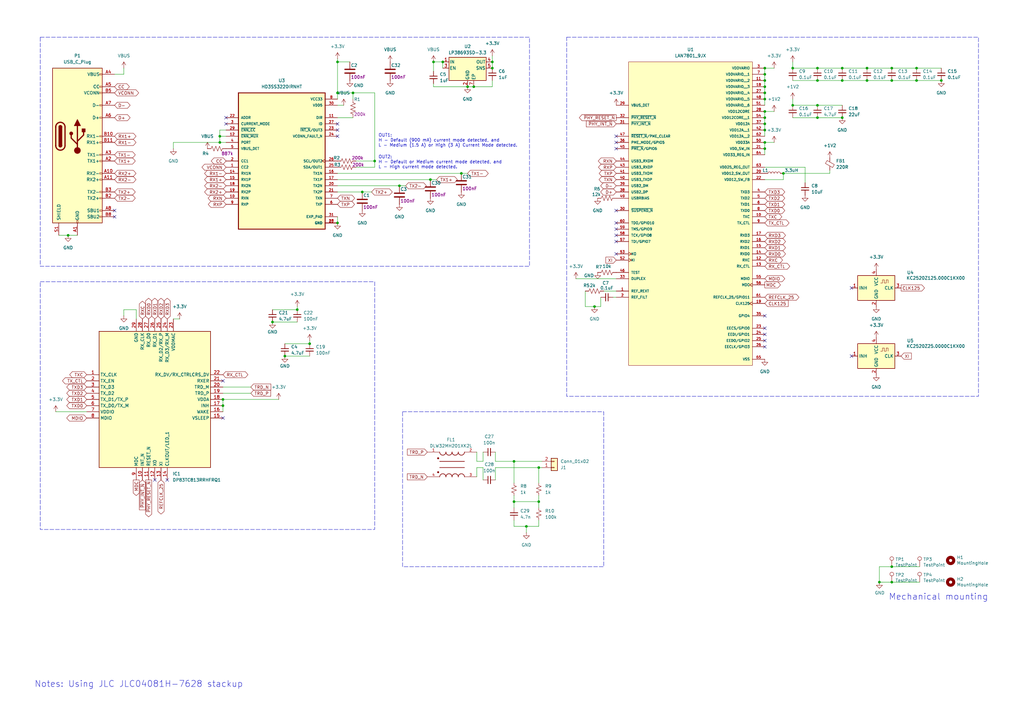
<source format=kicad_sch>
(kicad_sch (version 20231120) (generator "eeschema") (generator_version "8.0")
  (paper "A3")
  (junction (at 91.44 163.83))
  (junction (at 138.43 38.1))
  (junction (at 365.76 238.76))
  (junction (at 375.92 27.94))
  (junction (at 345.44 48.26))
  (junction (at 313.69 45.72))
  (junction (at 220.98 205.74))
  (junction (at 345.44 27.94))
  (junction (at 177.8 25.4))
  (junction (at 313.69 33.02))
  (junction (at 325.12 43.18))
  (junction (at 355.6 27.94))
  (junction (at 111.76 132.08))
  (junction (at 191.77 35.56))
  (junction (at 313.69 30.48))
  (junction (at 176.53 73.66))
  (junction (at 27.94 96.52))
  (junction (at 194.31 35.56))
  (junction (at 116.84 146.05))
  (junction (at 181.61 25.4))
  (junction (at 138.43 25.4))
  (junction (at 189.23 71.12))
  (junction (at 313.69 50.8))
  (junction (at 215.9 215.9))
  (junction (at 91.44 166.37))
  (junction (at 210.82 189.23))
  (junction (at 365.76 27.94))
  (junction (at 313.69 38.1))
  (junction (at 365.76 232.41))
  (junction (at 335.28 33.02))
  (junction (at 201.93 27.94))
  (junction (at 153.67 66.04))
  (junction (at 220.98 191.77))
  (junction (at 313.69 48.26))
  (junction (at 360.68 238.76))
  (junction (at 386.08 33.02))
  (junction (at 148.59 78.74))
  (junction (at 313.69 53.34))
  (junction (at 335.28 27.94))
  (junction (at 144.78 38.1))
  (junction (at 335.28 43.18))
  (junction (at 90.17 58.42))
  (junction (at 335.28 48.26))
  (junction (at 210.82 205.74))
  (junction (at 313.69 40.64))
  (junction (at 375.92 33.02))
  (junction (at 313.69 27.94))
  (junction (at 127 140.97))
  (junction (at 325.12 27.94))
  (junction (at 138.43 91.44))
  (junction (at 345.44 33.02))
  (junction (at 365.76 33.02))
  (junction (at 201.93 25.4))
  (junction (at 313.69 35.56))
  (junction (at 355.6 33.02))
  (junction (at 321.31 71.12))
  (junction (at 313.69 60.96))
  (junction (at 90.17 55.88))
  (junction (at 313.69 58.42))
  (junction (at 243.84 125.73))
  (junction (at 163.83 76.2))
  (junction (at 121.92 127))
  (no_connect (at 63.5 196.85))
  (no_connect (at 252.73 55.88))
  (no_connect (at 252.73 60.96))
  (no_connect (at 349.25 146.05))
  (no_connect (at 252.73 104.14))
  (no_connect (at 313.69 142.24))
  (no_connect (at 138.43 53.34))
  (no_connect (at 138.43 50.8))
  (no_connect (at 46.99 86.36))
  (no_connect (at 252.73 91.44))
  (no_connect (at 138.43 55.88))
  (no_connect (at 252.73 99.06))
  (no_connect (at 313.69 139.7))
  (no_connect (at 349.25 118.11))
  (no_connect (at 313.69 137.16))
  (no_connect (at 92.71 50.8))
  (no_connect (at 91.44 171.45))
  (no_connect (at 91.44 156.21))
  (no_connect (at 252.73 58.42))
  (no_connect (at 313.69 129.54))
  (no_connect (at 92.71 48.26))
  (no_connect (at 68.58 196.85))
  (no_connect (at 313.69 134.62))
  (no_connect (at 252.73 93.98))
  (no_connect (at 46.99 88.9))
  (no_connect (at 252.73 96.52))
  (no_connect (at 252.73 86.36))
  (wire (pts (xy 330.2 74.93) (xy 330.2 68.58)))
  (wire (pts (xy 176.53 73.66) (xy 138.43 73.66)))
  (wire (pts (xy 195.58 185.42) (xy 195.58 189.23)))
  (wire (pts (xy 330.2 68.58) (xy 313.69 68.58)))
  (wire (pts (xy 91.44 163.83) (xy 91.44 166.37)))
  (wire (pts (xy 313.69 45.72) (xy 317.5 45.72)))
  (wire (pts (xy 73.66 130.81) (xy 71.12 130.81)))
  (wire (pts (xy 55.88 130.81) (xy 55.88 127)))
  (wire (pts (xy 220.98 205.74) (xy 220.98 208.28)))
  (wire (pts (xy 90.17 58.42) (xy 71.12 58.42)))
  (wire (pts (xy 355.6 27.94) (xy 365.76 27.94)))
  (wire (pts (xy 111.76 127) (xy 121.92 127)))
  (wire (pts (xy 127 139.7) (xy 127 140.97)))
  (wire (pts (xy 177.8 25.4) (xy 177.8 29.21)))
  (wire (pts (xy 91.44 166.37) (xy 91.44 168.91)))
  (wire (pts (xy 220.98 191.77) (xy 222.25 191.77)))
  (wire (pts (xy 240.03 119.38) (xy 240.03 125.73)))
  (wire (pts (xy 210.82 189.23) (xy 222.25 189.23)))
  (wire (pts (xy 220.98 203.2) (xy 220.98 205.74)))
  (wire (pts (xy 181.61 25.4) (xy 181.61 27.94)))
  (wire (pts (xy 313.69 40.64) (xy 313.69 43.18)))
  (wire (pts (xy 321.31 71.12) (xy 340.36 71.12)))
  (wire (pts (xy 138.43 25.4) (xy 138.43 38.1)))
  (wire (pts (xy 92.71 58.42) (xy 90.17 58.42)))
  (wire (pts (xy 90.17 53.34) (xy 90.17 55.88)))
  (wire (pts (xy 92.71 55.88) (xy 90.17 55.88)))
  (wire (pts (xy 251.46 121.92) (xy 252.73 121.92)))
  (wire (pts (xy 153.67 66.04) (xy 153.67 68.58)))
  (wire (pts (xy 325.12 25.4) (xy 325.12 27.94)))
  (wire (pts (xy 375.92 33.02) (xy 365.76 33.02)))
  (wire (pts (xy 335.28 33.02) (xy 345.44 33.02)))
  (wire (pts (xy 210.82 215.9) (xy 210.82 213.36)))
  (wire (pts (xy 179.07 73.66) (xy 176.53 73.66)))
  (wire (pts (xy 345.44 27.94) (xy 355.6 27.94)))
  (wire (pts (xy 313.69 33.02) (xy 313.69 35.56)))
  (wire (pts (xy 138.43 48.26) (xy 144.78 48.26)))
  (wire (pts (xy 144.78 38.1) (xy 153.67 38.1)))
  (wire (pts (xy 365.76 27.94) (xy 375.92 27.94)))
  (wire (pts (xy 198.12 196.85) (xy 198.12 191.77)))
  (wire (pts (xy 203.2 189.23) (xy 203.2 185.42)))
  (wire (pts (xy 121.92 125.73) (xy 121.92 127)))
  (wire (pts (xy 313.69 58.42) (xy 313.69 60.96)))
  (wire (pts (xy 375.92 27.94) (xy 386.08 27.94)))
  (wire (pts (xy 325.12 43.18) (xy 335.28 43.18)))
  (wire (pts (xy 102.87 161.29) (xy 91.44 161.29)))
  (wire (pts (xy 153.67 38.1) (xy 153.67 66.04)))
  (wire (pts (xy 210.82 208.28) (xy 210.82 205.74)))
  (wire (pts (xy 325.12 33.02) (xy 335.28 33.02)))
  (wire (pts (xy 198.12 191.77) (xy 195.58 191.77)))
  (wire (pts (xy 198.12 185.42) (xy 198.12 189.23)))
  (wire (pts (xy 313.69 38.1) (xy 313.69 40.64)))
  (wire (pts (xy 220.98 215.9) (xy 220.98 213.36)))
  (wire (pts (xy 201.93 25.4) (xy 201.93 27.94)))
  (wire (pts (xy 144.78 40.64) (xy 144.78 38.1)))
  (wire (pts (xy 50.8 127) (xy 50.8 129.54)))
  (wire (pts (xy 247.65 119.38) (xy 252.73 119.38)))
  (wire (pts (xy 24.13 96.52) (xy 27.94 96.52)))
  (wire (pts (xy 191.77 71.12) (xy 189.23 71.12)))
  (wire (pts (xy 177.8 35.56) (xy 191.77 35.56)))
  (wire (pts (xy 138.43 78.74) (xy 148.59 78.74)))
  (wire (pts (xy 313.69 35.56) (xy 313.69 38.1)))
  (wire (pts (xy 313.69 50.8) (xy 313.69 53.34)))
  (wire (pts (xy 198.12 189.23) (xy 195.58 189.23)))
  (wire (pts (xy 313.69 58.42) (xy 317.5 58.42)))
  (wire (pts (xy 201.93 35.56) (xy 194.31 35.56)))
  (wire (pts (xy 365.76 238.76) (xy 360.68 238.76)))
  (wire (pts (xy 91.44 163.83) (xy 114.3 163.83)))
  (wire (pts (xy 152.4 78.74) (xy 148.59 78.74)))
  (wire (pts (xy 27.94 96.52) (xy 31.75 96.52)))
  (wire (pts (xy 189.23 71.12) (xy 138.43 71.12)))
  (wire (pts (xy 375.92 33.02) (xy 386.08 33.02)))
  (wire (pts (xy 210.82 203.2) (xy 210.82 205.74)))
  (wire (pts (xy 246.38 121.92) (xy 246.38 125.73)))
  (wire (pts (xy 22.86 168.91) (xy 35.56 168.91)))
  (wire (pts (xy 203.2 191.77) (xy 220.98 191.77)))
  (wire (pts (xy 210.82 215.9) (xy 215.9 215.9)))
  (wire (pts (xy 201.93 25.4) (xy 201.93 22.86)))
  (wire (pts (xy 360.68 232.41) (xy 360.68 238.76)))
  (wire (pts (xy 335.28 48.26) (xy 345.44 48.26)))
  (wire (pts (xy 355.6 33.02) (xy 345.44 33.02)))
  (wire (pts (xy 325.12 27.94) (xy 335.28 27.94)))
  (wire (pts (xy 365.76 232.41) (xy 360.68 232.41)))
  (wire (pts (xy 92.71 53.34) (xy 90.17 53.34)))
  (wire (pts (xy 203.2 189.23) (xy 210.82 189.23)))
  (wire (pts (xy 340.36 69.85) (xy 340.36 71.12)))
  (wire (pts (xy 138.43 24.13) (xy 138.43 25.4)))
  (wire (pts (xy 55.88 127) (xy 50.8 127)))
  (wire (pts (xy 146.05 68.58) (xy 153.67 68.58)))
  (wire (pts (xy 210.82 189.23) (xy 210.82 198.12)))
  (wire (pts (xy 377.19 238.76) (xy 365.76 238.76)))
  (wire (pts (xy 313.69 73.66) (xy 321.31 73.66)))
  (wire (pts (xy 325.12 48.26) (xy 335.28 48.26)))
  (wire (pts (xy 210.82 205.74) (xy 220.98 205.74)))
  (wire (pts (xy 177.8 25.4) (xy 181.61 25.4)))
  (wire (pts (xy 116.84 146.05) (xy 127 146.05)))
  (wire (pts (xy 138.43 88.9) (xy 138.43 91.44)))
  (wire (pts (xy 313.69 30.48) (xy 313.69 33.02)))
  (wire (pts (xy 116.84 140.97) (xy 127 140.97)))
  (wire (pts (xy 313.69 60.96) (xy 313.69 63.5)))
  (wire (pts (xy 191.77 35.56) (xy 194.31 35.56)))
  (wire (pts (xy 46.99 30.48) (xy 50.8 30.48)))
  (wire (pts (xy 163.83 76.2) (xy 138.43 76.2)))
  (wire (pts (xy 220.98 191.77) (xy 220.98 198.12)))
  (wire (pts (xy 321.31 73.66) (xy 321.31 71.12)))
  (wire (pts (xy 246.38 125.73) (xy 243.84 125.73)))
  (wire (pts (xy 377.19 232.41) (xy 365.76 232.41)))
  (wire (pts (xy 138.43 38.1) (xy 144.78 38.1)))
  (wire (pts (xy 111.76 132.08) (xy 121.92 132.08)))
  (wire (pts (xy 50.8 30.48) (xy 50.8 27.94)))
  (wire (pts (xy 146.05 66.04) (xy 153.67 66.04)))
  (wire (pts (xy 138.43 43.18) (xy 140.97 43.18)))
  (wire (pts (xy 313.69 53.34) (xy 313.69 55.88)))
  (wire (pts (xy 195.58 191.77) (xy 195.58 195.58)))
  (wire (pts (xy 317.5 27.94) (xy 313.69 27.94)))
  (wire (pts (xy 236.22 114.3) (xy 252.73 114.3)))
  (wire (pts (xy 71.12 58.42) (xy 71.12 60.96)))
  (wire (pts (xy 102.87 158.75) (xy 91.44 158.75)))
  (wire (pts (xy 215.9 218.44) (xy 215.9 215.9)))
  (wire (pts (xy 138.43 38.1) (xy 138.43 40.64)))
  (wire (pts (xy 365.76 33.02) (xy 355.6 33.02)))
  (wire (pts (xy 335.28 43.18) (xy 345.44 43.18)))
  (wire (pts (xy 313.69 27.94) (xy 313.69 30.48)))
  (wire (pts (xy 335.28 27.94) (xy 345.44 27.94)))
  (wire (pts (xy 313.69 48.26) (xy 313.69 50.8)))
  (wire (pts (xy 203.2 191.77) (xy 203.2 196.85)))
  (wire (pts (xy 240.03 125.73) (xy 243.84 125.73)))
  (wire (pts (xy 177.8 34.29) (xy 177.8 35.56)))
  (wire (pts (xy 166.37 76.2) (xy 163.83 76.2)))
  (wire (pts (xy 313.69 45.72) (xy 313.69 48.26)))
  (wire (pts (xy 90.17 55.88) (xy 90.17 58.42)))
  (wire (pts (xy 215.9 215.9) (xy 220.98 215.9)))
  (wire (pts (xy 325.12 40.64) (xy 325.12 43.18)))
  (wire (pts (xy 201.93 33.02) (xy 201.93 35.56)))
  (wire (pts (xy 138.43 25.4) (xy 143.51 25.4)))
  (rectangle (start 165.1 168.91) (end 247.65 232.41) (stroke (width 0) (type dash)))
  (rectangle (start 16.51 15.24) (end 217.17 109.22) (stroke (width 0) (type dash)))
  (rectangle (start 16.51 115.57) (end 153.67 217.17) (stroke (width 0) (type dash)))
  (rectangle (start 232.41 15.24) (end 401.32 162.56) (stroke (width 0) (type dash)))
  (text "OUT2:\nH - Default or Medium current mode detected, and\nL - High current mode detected." (at 155.194 69.342 0) (effects (font (size 1.27 1.27)) (justify left bottom)))
  (text "Notes: Using JLC JLC04081H-7628 stackup" (at 56.896 280.67 0) (effects (font (size 2.54 2.54))))
  (text "Mechanical mounting" (at 364.49 246.38 0) (effects (font (size 2.54 2.54)) (justify left bottom)))
  (text "OUT1:\nH - Default (900 mA) current mode detected, and\nL - Medium (1.5 A) or High (3 A) Current Mode detected." (at 155.194 60.452 0) (effects (font (size 1.27 1.27)) (justify left bottom)))
  (global_label "MDC" (shape output) (at 313.69 116.84 0) (property "Intersheetrefs" "${INTERSHEET_REFS}" (effects (hide yes))))
  (global_label "D+" (shape bidirectional) (at 252.73 78.74 180) (property "Intersheetrefs" "${INTERSHEET_REFS}" (effects (hide yes))))
  (global_label "RX_CTL" (shape bidirectional) (at 91.44 153.67 0) (property "Intersheetrefs" "${INTERSHEET_REFS}" (effects (hide yes))))
  (global_label "REFCLK_25" (shape bidirectional) (at 66.04 196.85 270) (property "Intersheetrefs" "${INTERSHEET_REFS}" (effects (hide yes))))
  (global_label "RXD2" (shape bidirectional) (at 66.04 130.81 90) (property "Intersheetrefs" "${INTERSHEET_REFS}" (effects (hide yes))))
  (global_label "RX1-" (shape bidirectional) (at 92.71 71.12 180) (property "Intersheetrefs" "${INTERSHEET_REFS}" (effects (hide yes))))
  (global_label "TXD2" (shape bidirectional) (at 313.69 81.28 0) (property "Intersheetrefs" "${INTERSHEET_REFS}" (effects (hide yes))))
  (global_label "TXP" (shape bidirectional) (at 138.43 83.82 0) (property "Intersheetrefs" "${INTERSHEET_REFS}" (effects (hide yes))))
  (global_label "RX2+" (shape bidirectional) (at 46.99 71.12 0) (property "Intersheetrefs" "${INTERSHEET_REFS}" (effects (hide yes))))
  (global_label "CC" (shape bidirectional) (at 92.71 66.04 180) (property "Intersheetrefs" "${INTERSHEET_REFS}" (effects (hide yes))))
  (global_label "RX1-" (shape bidirectional) (at 46.99 58.42 0) (property "Intersheetrefs" "${INTERSHEET_REFS}" (effects (hide yes))))
  (global_label "TXD0" (shape bidirectional) (at 313.69 86.36 0) (property "Intersheetrefs" "${INTERSHEET_REFS}" (effects (hide yes))))
  (global_label "CLK125" (shape input) (at 313.69 124.46 0) (property "Intersheetrefs" "${INTERSHEET_REFS}" (effects (hide yes))))
  (global_label "RX1+" (shape bidirectional) (at 92.71 73.66 180) (property "Intersheetrefs" "${INTERSHEET_REFS}" (effects (hide yes))))
  (global_label "TX2-" (shape bidirectional) (at 46.99 81.28 0) (property "Intersheetrefs" "${INTERSHEET_REFS}" (effects (hide yes))))
  (global_label "RXD3" (shape bidirectional) (at 313.69 96.52 0) (property "Intersheetrefs" "${INTERSHEET_REFS}" (effects (hide yes))))
  (global_label "XI" (shape input) (at 252.73 106.68 180) (property "Intersheetrefs" "${INTERSHEET_REFS}" (effects (hide yes))))
  (global_label "MDIO" (shape bidirectional) (at 313.69 114.3 0) (property "Intersheetrefs" "${INTERSHEET_REFS}" (effects (hide yes))))
  (global_label "RX2-" (shape bidirectional) (at 92.71 76.2 180) (property "Intersheetrefs" "${INTERSHEET_REFS}" (effects (hide yes))))
  (global_label "TXN" (shape bidirectional) (at 138.43 81.28 0) (property "Intersheetrefs" "${INTERSHEET_REFS}" (effects (hide yes))))
  (global_label "RXD2" (shape bidirectional) (at 313.69 99.06 0) (property "Intersheetrefs" "${INTERSHEET_REFS}" (effects (hide yes))))
  (global_label "TX1+" (shape bidirectional) (at 179.07 73.66 0) (property "Intersheetrefs" "${INTERSHEET_REFS}" (effects (hide yes))))
  (global_label "RXD3" (shape bidirectional) (at 68.58 130.81 90) (property "Intersheetrefs" "${INTERSHEET_REFS}" (effects (hide yes))))
  (global_label "RX1+" (shape bidirectional) (at 46.99 55.88 0) (property "Intersheetrefs" "${INTERSHEET_REFS}" (effects (hide yes))))
  (global_label "D-" (shape bidirectional) (at 46.99 43.18 0) (property "Intersheetrefs" "${INTERSHEET_REFS}" (effects (hide yes))))
  (global_label "XI" (shape input) (at 369.57 146.05 0) (property "Intersheetrefs" "${INTERSHEET_REFS}" (effects (hide yes))))
  (global_label "TXD3" (shape bidirectional) (at 35.56 158.75 180) (property "Intersheetrefs" "${INTERSHEET_REFS}" (effects (hide yes))))
  (global_label "TXN" (shape bidirectional) (at 252.73 73.66 180) (property "Intersheetrefs" "${INTERSHEET_REFS}" (effects (hide yes))))
  (global_label "RXC" (shape bidirectional) (at 313.69 106.68 0) (property "Intersheetrefs" "${INTERSHEET_REFS}" (effects (hide yes))))
  (global_label "TXC" (shape bidirectional) (at 35.56 153.67 180) (property "Intersheetrefs" "${INTERSHEET_REFS}" (effects (hide yes))))
  (global_label "TRD_N" (shape input) (at 175.26 195.58 180) (property "Intersheetrefs" "${INTERSHEET_REFS}" (effects (hide yes))))
  (global_label "D-" (shape bidirectional) (at 252.73 76.2 180) (property "Intersheetrefs" "${INTERSHEET_REFS}" (effects (hide yes))))
  (global_label "TXD1" (shape bidirectional) (at 35.56 163.83 180) (property "Intersheetrefs" "${INTERSHEET_REFS}" (effects (hide yes))))
  (global_label "MDIO" (shape bidirectional) (at 35.56 171.45 180) (property "Intersheetrefs" "${INTERSHEET_REFS}" (effects (hide yes))))
  (global_label "TXC" (shape bidirectional) (at 313.69 88.9 0) (property "Intersheetrefs" "${INTERSHEET_REFS}" (effects (hide yes))))
  (global_label "RXD1" (shape bidirectional) (at 63.5 130.81 90) (property "Intersheetrefs" "${INTERSHEET_REFS}" (effects (hide yes))))
  (global_label "MDC" (shape output) (at 55.88 196.85 270) (property "Intersheetrefs" "${INTERSHEET_REFS}" (effects (hide yes))))
  (global_label "VCONN" (shape bidirectional) (at 92.71 68.58 180) (property "Intersheetrefs" "${INTERSHEET_REFS}" (effects (hide yes))))
  (global_label "TXD0" (shape bidirectional) (at 35.56 166.37 180) (property "Intersheetrefs" "${INTERSHEET_REFS}" (effects (hide yes))))
  (global_label "TRD_N" (shape input) (at 102.87 158.75 0) (property "Intersheetrefs" "${INTERSHEET_REFS}" (effects (hide yes))))
  (global_label "RX_CTL" (shape bidirectional) (at 313.69 109.22 0) (property "Intersheetrefs" "${INTERSHEET_REFS}" (effects (hide yes))))
  (global_label "TX2-" (shape bidirectional) (at 166.37 76.2 0) (property "Intersheetrefs" "${INTERSHEET_REFS}" (effects (hide yes))))
  (global_label "TX1-" (shape bidirectional) (at 191.77 71.12 0) (property "Intersheetrefs" "${INTERSHEET_REFS}" (effects (hide yes))))
  (global_label "RXD1" (shape bidirectional) (at 313.69 101.6 0) (property "Intersheetrefs" "${INTERSHEET_REFS}" (effects (hide yes))))
  (global_label "TRD_P" (shape input) (at 102.87 161.29 0) (property "Intersheetrefs" "${INTERSHEET_REFS}" (effects (hide yes))))
  (global_label "TXD2" (shape bidirectional) (at 35.56 161.29 180) (property "Intersheetrefs" "${INTERSHEET_REFS}" (effects (hide yes))))
  (global_label "TXD1" (shape bidirectional) (at 313.69 83.82 0) (property "Intersheetrefs" "${INTERSHEET_REFS}" (effects (hide yes))))
  (global_label "VCONN" (shape bidirectional) (at 46.99 38.1 0) (property "Intersheetrefs" "${INTERSHEET_REFS}" (effects (hide yes))))
  (global_label "RXP" (shape bidirectional) (at 92.71 83.82 180) (property "Intersheetrefs" "${INTERSHEET_REFS}" (effects (hide yes))))
  (global_label "~{PHY_INT_N}" (shape input) (at 58.42 196.85 270) (property "Intersheetrefs" "${INTERSHEET_REFS}" (effects (hide yes))))
  (global_label "TX_CTL" (shape bidirectional) (at 35.56 156.21 180) (property "Intersheetrefs" "${INTERSHEET_REFS}" (effects (hide yes))))
  (global_label "TXP" (shape bidirectional) (at 252.73 71.12 180) (property "Intersheetrefs" "${INTERSHEET_REFS}" (effects (hide yes))))
  (global_label "TX_CTL" (shape bidirectional) (at 313.69 91.44 0) (property "Intersheetrefs" "${INTERSHEET_REFS}" (effects (hide yes))))
  (global_label "RXP" (shape bidirectional) (at 252.73 68.58 180) (property "Intersheetrefs" "${INTERSHEET_REFS}" (effects (hide yes))))
  (global_label "TX2+" (shape bidirectional) (at 152.4 78.74 0) (property "Intersheetrefs" "${INTERSHEET_REFS}" (effects (hide yes))))
  (global_label "~{PHY_RESET_N}" (shape output) (at 60.96 196.85 270) (property "Intersheetrefs" "${INTERSHEET_REFS}" (effects (hide yes))))
  (global_label "RXN" (shape bidirectional) (at 92.71 81.28 180) (property "Intersheetrefs" "${INTERSHEET_REFS}" (effects (hide yes))))
  (global_label "TX1-" (shape bidirectional) (at 46.99 63.5 0) (property "Intersheetrefs" "${INTERSHEET_REFS}" (effects (hide yes))))
  (global_label "D+" (shape bidirectional) (at 46.99 48.26 0) (property "Intersheetrefs" "${INTERSHEET_REFS}" (effects (hide yes))))
  (global_label "CLK125" (shape output) (at 369.57 118.11 0) (property "Intersheetrefs" "${INTERSHEET_REFS}" (effects (hide yes))))
  (global_label "RXN" (shape bidirectional) (at 252.73 66.04 180) (property "Intersheetrefs" "${INTERSHEET_REFS}" (effects (hide yes))))
  (global_label "RXC" (shape bidirectional) (at 58.42 130.81 90) (property "Intersheetrefs" "${INTERSHEET_REFS}" (effects (hide yes))))
  (global_label "TXD3" (shape bidirectional) (at 313.69 78.74 0) (property "Intersheetrefs" "${INTERSHEET_REFS}" (effects (hide yes))))
  (global_label "RXD0" (shape bidirectional) (at 60.96 130.81 90) (property "Intersheetrefs" "${INTERSHEET_REFS}" (effects (hide yes))))
  (global_label "~{PHY_INT_N}" (shape input) (at 252.73 50.8 180) (property "Intersheetrefs" "${INTERSHEET_REFS}" (effects (hide yes))))
  (global_label "~{PHY_RESET_N}" (shape output) (at 252.73 48.26 180) (property "Intersheetrefs" "${INTERSHEET_REFS}" (effects (hide yes))))
  (global_label "TX2+" (shape bidirectional) (at 46.99 78.74 0) (property "Intersheetrefs" "${INTERSHEET_REFS}" (effects (hide yes))))
  (global_label "TX1+" (shape bidirectional) (at 46.99 66.04 0) (property "Intersheetrefs" "${INTERSHEET_REFS}" (effects (hide yes))))
  (global_label "TRD_P" (shape input) (at 175.26 185.42 180) (property "Intersheetrefs" "${INTERSHEET_REFS}" (effects (hide yes))))
  (global_label "RX2-" (shape bidirectional) (at 46.99 73.66 0) (property "Intersheetrefs" "${INTERSHEET_REFS}" (effects (hide yes))))
  (global_label "RXD0" (shape bidirectional) (at 313.69 104.14 0) (property "Intersheetrefs" "${INTERSHEET_REFS}" (effects (hide yes))))
  (global_label "REFCLK_25" (shape bidirectional) (at 313.69 121.92 0) (property "Intersheetrefs" "${INTERSHEET_REFS}" (effects (hide yes))))
  (global_label "CC" (shape bidirectional) (at 46.99 35.56 0) (property "Intersheetrefs" "${INTERSHEET_REFS}" (effects (hide yes))))
  (global_label "RX2+" (shape bidirectional) (at 92.71 78.74 180) (property "Intersheetrefs" "${INTERSHEET_REFS}" (effects (hide yes))))
  (symbol (lib_id "LAN7801_9JX:LAN7801_9JX") (at 283.21 76.2 0) (unit 1)
    (property "Reference" "U1" (at 283.21 20.32 0))
    (property "Value" "LAN7801_9JX" (at 283.21 22.86 0))
    (property "Footprint" "Expansion_Card:QFN50P900X900X100-65N_LAN7801_9JX" (effects (hide yes)))
    (property "B_NOM" "0.24" (effects (hide yes)))
    (property "D_MAX" "9.0" (effects (hide yes)))
    (property "PIN_COUNT_D" "16.0" (effects (hide yes)))
    (property "B_MAX" "0.3" (effects (hide yes)))
    (property "ENOM" "0.5" (effects (hide yes)))
    (property "D_NOM" "9.0" (effects (hide yes)))
    (property "L_MAX" "0.5" (effects (hide yes)))
    (property "A_MAX" "1.0" (effects (hide yes)))
    (property "E2_NOM" "6.0" (effects (hide yes)))
    (property "D2_NOM" "6.0" (effects (hide yes)))
    (property "PARTREV" "DS00002123F" (effects (hide yes)))
    (property "E_NOM" "9.0" (effects (hide yes)))
    (property "B_MIN" "0.18" (effects (hide yes)))
    (property "STANDARD" "IPC 7351B" (effects (hide yes)))
    (property "L_NOM" "0.4" (effects (hide yes)))
    (property "MANUFACTURER" "Microchip" (effects (hide yes)))
    (property "MAXIMUM_PACKAGE_HEIGHT" "1.0mm" (effects (hide yes)))
    (property "PIN_COUNT_E" "16.0" (effects (hide yes)))
    (property "E_MIN" "9.0" (effects (hide yes)))
    (property "D_MIN" "9.0" (effects (hide yes)))
    (property "L_MIN" "0.3" (effects (hide yes)))
    (property "E_MAX" "9.0" (effects (hide yes)))
  )
  (symbol (lib_id "power:VBUS") (at 160.02 25.4 0) (unit 1)
    (property "Reference" "#PWR010" (effects (hide yes)))
    (property "Value" "VBUS" (at 160.02 20.32 0))
    (property "Description" "Power symbol creates a global label with name \"VBUS\"" (effects (hide yes)))
  )
  (symbol (lib_id "power:+3.3V") (at 317.5 58.42 0) (unit 1)
    (property "Reference" "#PWR023" (effects (hide yes)))
    (property "Value" "+3.3V" (at 317.5 53.34 0))
    (property "Description" "Power symbol creates a global label with name \"+3.3V\"" (effects (hide yes)))
  )
  (symbol (lib_id "DLW32MH201XK2L:DLW32MH201XK2L") (at 185.42 190.5 0) (unit 1)
    (property "Reference" "FL1" (at 184.9628 180.34 0))
    (property "Value" "DLW32MH201XK2L" (at 184.9628 182.88 0))
    (property "Footprint" "Expansion_Card:FIL_DLW32MH201XK2L" (effects (hide yes)))
    (property "PARTREV" "N/A" (effects (hide yes)))
    (property "MANUFACTURER" "Murata" (effects (hide yes)))
    (property "MAXIMUM_PACKAGE_HEIGHT" "2.50mm" (effects (hide yes)))
    (property "STANDARD" "Manufacturer Recommendations" (effects (hide yes)))
  )
  (symbol (lib_id "Expansion_Card-rescue:GND-power") (at 360.68 238.76 0) (unit 1)
    (property "Reference" "#PWR01" (effects (hide yes)))
    (property "Value" "GND" (at 360.807 243.1542 0))
  )
  (symbol (lib_id "Connector:USB_C_Plug") (at 31.75 55.88 0) (unit 1)
    (property "Reference" "P1" (at 31.75 22.86 0))
    (property "Value" "USB_C_Plug" (at 31.75 25.4 0))
    (property "Footprint" "Expansion_Card:USB_C_Plug_Molex_105444" (effects (hide yes)))
    (property "Datasheet" "https://www.usb.org/sites/default/files/documents/usb_type-c.zip" (effects (hide yes)))
    (property "Description" "USB Type-C Plug connector" (effects (hide yes)))
  )
  (symbol (lib_id "mte_usb_hub:RC0402JR-07200KL") (at 142.24 68.58 90) (unit 1)
    (property "Reference" "R3" (at 139.7 67.564 90) (effects (justify left)))
    (property "Value" "RC0402JR-07200KL" (effects (hide yes)))
    (property "Footprint" "Resistor_SMD:R_0402_1005Metric" (effects (hide yes)))
    (property "id" "200k" (at 149.352 67.564 90) (effects (justify left)))
    (property "manf" "Yageo" (effects (hide yes)))
  )
  (symbol (lib_id "power:+3.3V") (at 236.22 114.3 0) (unit 1)
    (property "Reference" "#PWR017" (effects (hide yes)))
    (property "Value" "+3.3V" (at 236.22 109.22 0))
    (property "Description" "Power symbol creates a global label with name \"+3.3V\"" (effects (hide yes)))
  )
  (symbol (lib_id "power:+3.3V") (at 325.12 25.4 0) (unit 1)
    (property "Reference" "#PWR024" (effects (hide yes)))
    (property "Value" "+3.3V" (at 325.12 20.32 0))
    (property "Description" "Power symbol creates a global label with name \"+3.3V\"" (effects (hide yes)))
  )
  (symbol (lib_id "Device:FerriteBead_Small") (at 340.36 67.31 0) (unit 1)
    (property "Reference" "FB1" (at 342.9 66.0018 0) (effects (justify left)))
    (property "Value" "220R" (at 342.9 68.5418 0) (effects (justify left)))
    (property "Footprint" "Inductor_SMD:L_0201_0603Metric" (effects (hide yes)))
    (property "Description" "Ferrite bead, small symbol" (effects (hide yes)))
  )
  (symbol (lib_id "power:+1V2") (at 317.5 45.72 0) (unit 1)
    (property "Reference" "#PWR022" (effects (hide yes)))
    (property "Value" "+1V2" (at 317.5 40.64 0))
    (property "Description" "Power symbol creates a global label with name \"+1V2\"" (effects (hide yes)))
  )
  (symbol (lib_id "power:GND") (at 27.94 96.52 0) (unit 1)
    (property "Reference" "#PWR04" (effects (hide yes)))
    (property "Value" "GND" (at 27.94 101.6 0))
    (property "Description" "Power symbol creates a global label with name \"GND\" , ground" (effects (hide yes)))
  )
  (symbol (lib_id "Device:R_US") (at 248.92 81.28 90) (unit 1)
    (property "Reference" "R6" (at 244.856 77.47 90))
    (property "Value" "12k" (at 244.602 79.756 90))
    (property "Footprint" "Resistor_SMD:R_0402_1005Metric" (effects (hide yes)))
    (property "Description" "Resistor, US symbol" (effects (hide yes)))
  )
  (symbol (lib_id "Device:C_Small") (at 111.76 129.54 0) (unit 1)
    (property "Reference" "C21" (at 114.3 128.2762 0) (effects (justify left)))
    (property "Value" "4.7uF" (at 114.3 130.8162 0) (effects (justify left)))
    (property "Footprint" "Capacitor_SMD:C_0201_0603Metric" (effects (hide yes)))
    (property "Description" "Unpolarized capacitor, small symbol" (effects (hide yes)))
  )
  (symbol (lib_id "power:+3.3V") (at 201.93 22.86 0) (unit 1)
    (property "Reference" "#PWR013" (effects (hide yes)))
    (property "Value" "+3.3V" (at 201.93 17.78 0))
    (property "Description" "Power symbol creates a global label with name \"+3.3V\"" (effects (hide yes)))
  )
  (symbol (lib_id "Device:C_Small") (at 325.12 45.72 0) (unit 1)
    (property "Reference" "C16" (at 327.66 44.4562 0) (effects (justify left)))
    (property "Value" "0.1uF" (at 327.66 46.9962 0) (effects (justify left)))
    (property "Footprint" "Capacitor_SMD:C_0201_0603Metric" (effects (hide yes)))
    (property "Description" "Unpolarized capacitor, small symbol" (effects (hide yes)))
  )
  (symbol (lib_id "Regulator_Linear:LP38693SD-3.3") (at 191.77 27.94 0) (unit 1)
    (property "Reference" "U2" (at 191.77 19.05 0))
    (property "Value" "LP38693SD-3.3" (at 191.77 21.59 0))
    (property "Footprint" "Package_SON:WSON-6-1EP_3x3mm_P0.95mm" (effects (hide yes)))
    (property "Datasheet" "https://www.ti.com/lit/ds/symlink/lp38693.pdf" (effects (hide yes)))
    (property "Description" "500-mA Low-Dropout CMOS Linear Regulators Stable With Ceramic Output Capacitors, 3.3V output voltage, Enable Pin, WSON-6" (effects (hide yes)))
  )
  (symbol (lib_id "Connector:TestPoint") (at 365.76 232.41 0) (unit 1)
    (property "Reference" "TP1" (at 367.2332 229.4128 0) (effects (justify left)))
    (property "Value" "TestPoint" (at 367.2332 231.7242 0) (effects (justify left)))
    (property "Footprint" "TestPoint:TestPoint_Pad_1.5x1.5mm" (effects (hide yes)))
  )
  (symbol (lib_id "power:+3.3V") (at 359.41 138.43 0) (unit 1)
    (property "Reference" "#PWR029" (effects (hide yes)))
    (property "Value" "+3.3V" (at 359.41 133.35 0))
    (property "Description" "Power symbol creates a global label with name \"+3.3V\"" (effects (hide yes)))
  )
  (symbol (lib_id "Connector_Generic:Conn_01x02") (at 227.33 191.77 0) (mirror x) (unit 1)
    (property "Reference" "J1" (at 229.87 191.7701 0) (effects (justify left)))
    (property "Value" "Conn_01x02" (at 229.87 189.2301 0) (effects (justify left)))
    (property "Footprint" "Connector_JST:JST_SH_SM02B-SRSS-TB_1x02-1MP_P1.00mm_Horizontal" (effects (hide yes)))
    (property "Description" "Generic connector, single row, 01x02, script generated (kicad-library-utils/schlib/autogen/connector/)" (effects (hide yes)))
  )
  (symbol (lib_id "Device:C_Small") (at 330.2 77.47 0) (unit 1)
    (property "Reference" "C8" (at 332.74 76.2062 0) (effects (justify left)))
    (property "Value" "10uF" (at 332.74 78.7462 0) (effects (justify left)))
    (property "Footprint" "Capacitor_SMD:C_0201_0603Metric" (effects (hide yes)))
    (property "Description" "Unpolarized capacitor, small symbol" (effects (hide yes)))
  )
  (symbol (lib_id "power:GND") (at 111.76 132.08 0) (unit 1)
    (property "Reference" "#PWR037" (effects (hide yes)))
    (property "Value" "GND" (at 111.76 136.144 0))
    (property "Description" "Power symbol creates a global label with name \"GND\" , ground" (effects (hide yes)))
  )
  (symbol (lib_id "Connector:TestPoint") (at 377.19 238.76 0) (unit 1)
    (property "Reference" "TP4" (at 378.6632 235.7628 0) (effects (justify left)))
    (property "Value" "TestPoint" (at 378.6632 238.0742 0) (effects (justify left)))
    (property "Footprint" "TestPoint:TestPoint_Pad_1.5x1.5mm" (effects (hide yes)))
  )
  (symbol (lib_id "power:+3.3V") (at 121.92 125.73 0) (unit 1)
    (property "Reference" "#PWR038" (effects (hide yes)))
    (property "Value" "+3.3V" (at 121.92 120.65 0))
    (property "Description" "Power symbol creates a global label with name \"+3.3V\"" (effects (hide yes)))
  )
  (symbol (lib_id "power:GND") (at 386.08 33.02 0) (unit 1)
    (property "Reference" "#PWR025" (effects (hide yes)))
    (property "Value" "GND" (at 386.08 38.1 0))
    (property "Description" "Power symbol creates a global label with name \"GND\" , ground" (effects (hide yes)))
  )
  (symbol (lib_id "Device:R_Small_US") (at 220.98 210.82 0) (unit 1)
    (property "Reference" "R10" (at 223.52 209.5499 0) (effects (justify left)))
    (property "Value" "100k" (at 223.52 212.0899 0) (effects (justify left)))
    (property "Footprint" "Resistor_SMD:R_0402_1005Metric" (effects (hide yes)))
    (property "Description" "Resistor, small US symbol" (effects (hide yes)))
  )
  (symbol (lib_id "mte_usb_hub:CC0402KRX5R7BB105") (at 143.51 29.21 0) (unit 1)
    (property "Reference" "C2" (at 143.8911 26.7906 0) (effects (justify left)))
    (property "Value" "CC0402KRX5R7BB105" (effects (hide yes)))
    (property "Footprint" "Capacitor_SMD:C_0201_0603Metric" (effects (hide yes)))
    (property "id" "100nF" (at 143.8911 31.6293 0) (effects (justify left)))
  )
  (symbol (lib_id "power:+3.3V") (at 359.41 110.49 0) (unit 1)
    (property "Reference" "#PWR030" (effects (hide yes)))
    (property "Value" "+3.3V" (at 359.41 105.41 0))
    (property "Description" "Power symbol creates a global label with name \"+3.3V\"" (effects (hide yes)))
  )
  (symbol (lib_id "power:GND") (at 189.23 78.74 0) (unit 1)
    (property "Reference" "#PWR046" (effects (hide yes)))
    (property "Value" "GND" (at 189.23 83.82 0))
    (property "Description" "Power symbol creates a global label with name \"GND\" , ground" (effects (hide yes)))
  )
  (symbol (lib_id "mte_usb_hub:CC0402KRX5R7BB105") (at 189.23 74.93 0) (unit 1)
    (property "Reference" "C31" (at 189.6111 72.5106 0) (effects (justify left)))
    (property "Value" "CC0402KRX5R7BB105" (effects (hide yes)))
    (property "Footprint" "Capacitor_SMD:C_0201_0603Metric" (effects (hide yes)))
    (property "id" "100nF" (at 189.6111 77.3493 0) (effects (justify left)))
  )
  (symbol (lib_id "Device:C_Small") (at 345.44 30.48 0) (unit 1)
    (property "Reference" "C11" (at 347.98 29.2162 0) (effects (justify left)))
    (property "Value" "0.1uF" (at 347.98 31.7562 0) (effects (justify left)))
    (property "Footprint" "Capacitor_SMD:C_0201_0603Metric" (effects (hide yes)))
    (property "Description" "Unpolarized capacitor, small symbol" (effects (hide yes)))
  )
  (symbol (lib_id "power:VBUS") (at 177.8 25.4 0) (unit 1)
    (property "Reference" "#PWR014" (effects (hide yes)))
    (property "Value" "VBUS" (at 177.8 20.32 0))
    (property "Description" "Power symbol creates a global label with name \"VBUS\"" (effects (hide yes)))
  )
  (symbol (lib_id "power:GND") (at 245.11 111.76 0) (unit 1)
    (property "Reference" "#PWR018" (effects (hide yes)))
    (property "Value" "GND" (at 241.554 113.03 0))
    (property "Description" "Power symbol creates a global label with name \"GND\" , ground" (effects (hide yes)))
  )
  (symbol (lib_id "Device:C_Small") (at 335.28 30.48 0) (unit 1)
    (property "Reference" "C10" (at 337.82 29.2162 0) (effects (justify left)))
    (property "Value" "0.1uF" (at 337.82 31.7562 0) (effects (justify left)))
    (property "Footprint" "Capacitor_SMD:C_0201_0603Metric" (effects (hide yes)))
    (property "Description" "Unpolarized capacitor, small symbol" (effects (hide yes)))
  )
  (symbol (lib_id "power:GND") (at 71.12 60.96 0) (unit 1)
    (property "Reference" "#PWR05" (effects (hide yes)))
    (property "Value" "GND" (at 71.12 66.04 0))
    (property "Description" "Power symbol creates a global label with name \"GND\" , ground" (effects (hide yes)))
  )
  (symbol (lib_id "power:+3.3V") (at 73.66 130.81 0) (unit 1)
    (property "Reference" "#PWR036" (effects (hide yes)))
    (property "Value" "+3.3V" (at 73.66 125.73 0))
    (property "Description" "Power symbol creates a global label with name \"+3.3V\"" (effects (hide yes)))
  )
  (symbol (lib_id "power:+1V2") (at 340.36 64.77 0) (unit 1)
    (property "Reference" "#PWR020" (effects (hide yes)))
    (property "Value" "+1V2" (at 340.36 59.69 0))
    (property "Description" "Power symbol creates a global label with name \"+1V2\"" (effects (hide yes)))
  )
  (symbol (lib_id "power:+3.3V") (at 138.43 24.13 0) (unit 1)
    (property "Reference" "#PWR08" (effects (hide yes)))
    (property "Value" "+3.3V" (at 138.43 19.05 0))
    (property "Description" "Power symbol creates a global label with name \"+3.3V\"" (effects (hide yes)))
  )
  (symbol (lib_id "Device:C_Small") (at 121.92 129.54 0) (unit 1)
    (property "Reference" "C22" (at 124.46 128.2762 0) (effects (justify left)))
    (property "Value" "100nF" (at 124.46 130.8162 0) (effects (justify left)))
    (property "Footprint" "Capacitor_SMD:C_0201_0603Metric" (effects (hide yes)))
    (property "Description" "Unpolarized capacitor, small symbol" (effects (hide yes)))
  )
  (symbol (lib_id "power:GND") (at 359.41 153.67 0) (unit 1)
    (property "Reference" "#PWR028" (effects (hide yes)))
    (property "Value" "GND" (at 359.41 158.75 0))
    (property "Description" "Power symbol creates a global label with name \"GND\" , ground" (effects (hide yes)))
  )
  (symbol (lib_id "Device:C_Small") (at 248.92 121.92 270) (unit 1)
    (property "Reference" "C7" (at 248.412 116.078 90))
    (property "Value" "0.1uF" (at 248.9136 118.11 90))
    (property "Footprint" "Capacitor_SMD:C_0201_0603Metric" (effects (hide yes)))
    (property "Description" "Unpolarized capacitor, small symbol" (effects (hide yes)))
  )
  (symbol (lib_id "power:GND") (at 163.83 83.82 0) (unit 1)
    (property "Reference" "#PWR044" (effects (hide yes)))
    (property "Value" "GND" (at 163.83 88.9 0))
    (property "Description" "Power symbol creates a global label with name \"GND\" , ground" (effects (hide yes)))
  )
  (symbol (lib_id "mte_usb_hub:CC0402KRX5R7BB105") (at 176.53 77.47 0) (unit 1)
    (property "Reference" "C30" (at 176.9111 75.0506 0) (effects (justify left)))
    (property "Value" "CC0402KRX5R7BB105" (effects (hide yes)))
    (property "Footprint" "Capacitor_SMD:C_0201_0603Metric" (effects (hide yes)))
    (property "id" "100nF" (at 176.9111 79.8893 0) (effects (justify left)))
  )
  (symbol (lib_id "Device:C_Small") (at 386.08 30.48 0) (unit 1)
    (property "Reference" "C15" (at 388.62 29.2162 0) (effects (justify left)))
    (property "Value" "0.1uF" (at 388.62 31.7562 0) (effects (justify left)))
    (property "Footprint" "Capacitor_SMD:C_0201_0603Metric" (effects (hide yes)))
    (property "Description" "Unpolarized capacitor, small symbol" (effects (hide yes)))
  )
  (symbol (lib_id "Oscillator:KC2520Z") (at 359.41 118.11 0) (unit 1)
    (property "Reference" "U4" (at 373.38 111.7914 0))
    (property "Value" "KC2520Z125.000C1KX00" (at 383.794 114.046 0))
    (property "Footprint" "Oscillator:Oscillator_SMD_Kyocera_KC2520Z-4Pin_2.5x2.0mm" (effects (hide yes)))
    (property "Datasheet" "https://global.kyocera.com/prdct/electro/product/pdf/clock_z_xz_e.pdf" (effects (hide yes)))
    (property "Description" "1.8432MHz ~ 125MHz Crystal Oscillator" (effects (hide yes)))
  )
  (symbol (lib_id "Connector:TestPoint") (at 377.19 232.41 0) (unit 1)
    (property "Reference" "TP3" (at 378.6632 229.4128 0) (effects (justify left)))
    (property "Value" "TestPoint" (at 378.6632 231.7242 0) (effects (justify left)))
    (property "Footprint" "TestPoint:TestPoint_Pad_1.5x1.5mm" (effects (hide yes)))
  )
  (symbol (lib_id "Device:C_Small") (at 355.6 30.48 0) (unit 1)
    (property "Reference" "C12" (at 358.14 29.2162 0) (effects (justify left)))
    (property "Value" "0.1uF" (at 358.14 31.7562 0) (effects (justify left)))
    (property "Footprint" "Capacitor_SMD:C_0201_0603Metric" (effects (hide yes)))
    (property "Description" "Unpolarized capacitor, small symbol" (effects (hide yes)))
  )
  (symbol (lib_id "power:GND") (at 50.8 129.54 0) (unit 1)
    (property "Reference" "#PWR042" (effects (hide yes)))
    (property "Value" "GND" (at 50.8 134.62 0))
    (property "Description" "Power symbol creates a global label with name \"GND\" , ground" (effects (hide yes)))
  )
  (symbol (lib_id "power:GND") (at 116.84 146.05 0) (unit 1)
    (property "Reference" "#PWR039" (effects (hide yes)))
    (property "Value" "GND" (at 116.84 150.114 0))
    (property "Description" "Power symbol creates a global label with name \"GND\" , ground" (effects (hide yes)))
  )
  (symbol (lib_id "power:GND") (at 176.53 81.28 0) (unit 1)
    (property "Reference" "#PWR045" (effects (hide yes)))
    (property "Value" "GND" (at 176.53 86.36 0))
    (property "Description" "Power symbol creates a global label with name \"GND\" , ground" (effects (hide yes)))
  )
  (symbol (lib_id "power:+3.3V") (at 127 139.7 0) (unit 1)
    (property "Reference" "#PWR040" (effects (hide yes)))
    (property "Value" "+3.3V" (at 127 134.62 0))
    (property "Description" "Power symbol creates a global label with name \"+3.3V\"" (effects (hide yes)))
  )
  (symbol (lib_id "power:VBUS") (at 140.97 43.18 0) (unit 1)
    (property "Reference" "#PWR07" (effects (hide yes)))
    (property "Value" "VBUS" (at 140.97 38.1 0))
    (property "Description" "Power symbol creates a global label with name \"VBUS\"" (effects (hide yes)))
  )
  (symbol (lib_id "mte_usb_hub:CC0402KRX5R7BB105") (at 163.83 80.01 0) (unit 1)
    (property "Reference" "C3" (at 164.2111 77.5906 0) (effects (justify left)))
    (property "Value" "CC0402KRX5R7BB105" (effects (hide yes)))
    (property "Footprint" "Capacitor_SMD:C_0201_0603Metric" (effects (hide yes)))
    (property "id" "100nF" (at 164.2111 82.4293 0) (effects (justify left)))
  )
  (symbol (lib_id "power:GND") (at 313.69 147.32 0) (unit 1)
    (property "Reference" "#PWR032" (effects (hide yes)))
    (property "Value" "GND" (at 313.69 152.4 0))
    (property "Description" "Power symbol creates a global label with name \"GND\" , ground" (effects (hide yes)))
  )
  (symbol (lib_id "power:VBUS") (at 85.09 60.96 0) (unit 1)
    (property "Reference" "#PWR06" (effects (hide yes)))
    (property "Value" "VBUS" (at 85.09 55.88 0))
    (property "Description" "Power symbol creates a global label with name \"VBUS\"" (effects (hide yes)))
  )
  (symbol (lib_id "power:GND") (at 359.41 125.73 0) (unit 1)
    (property "Reference" "#PWR031" (effects (hide yes)))
    (property "Value" "GND" (at 359.41 130.81 0))
    (property "Description" "Power symbol creates a global label with name \"GND\" , ground" (effects (hide yes)))
  )
  (symbol (lib_id "Device:C_Small") (at 335.28 45.72 0) (unit 1)
    (property "Reference" "C17" (at 337.82 44.4562 0) (effects (justify left)))
    (property "Value" "4.7uF" (at 337.82 46.9962 0) (effects (justify left)))
    (property "Footprint" "Capacitor_SMD:C_0201_0603Metric" (effects (hide yes)))
    (property "Description" "Unpolarized capacitor, small symbol" (effects (hide yes)))
  )
  (symbol (lib_id "Device:C_Small") (at 200.66 196.85 90) (unit 1)
    (property "Reference" "C28" (at 200.6663 190.5 90))
    (property "Value" "100n" (at 200.6663 193.04 90))
    (property "Footprint" "Capacitor_SMD:C_0201_0603Metric" (effects (hide yes)))
    (property "Description" "Unpolarized capacitor, small symbol" (effects (hide yes)))
  )
  (symbol (lib_id "mte_usb_hub:CC0402KRX5R7BB105") (at 160.02 29.21 0) (unit 1)
    (property "Reference" "C32" (at 160.4011 26.7906 0) (effects (justify left)))
    (property "Value" "CC0402KRX5R7BB105" (effects (hide yes)))
    (property "Footprint" "Capacitor_SMD:C_0201_0603Metric" (effects (hide yes)))
    (property "id" "100nF" (at 160.4011 31.6293 0) (effects (justify left)))
  )
  (symbol (lib_id "power:GND") (at 345.44 48.26 0) (unit 1)
    (property "Reference" "#PWR027" (effects (hide yes)))
    (property "Value" "GND" (at 345.44 53.34 0))
    (property "Description" "Power symbol creates a global label with name \"GND\" , ground" (effects (hide yes)))
  )
  (symbol (lib_id "power:GND") (at 138.43 91.44 0) (unit 1)
    (property "Reference" "#PWR03" (effects (hide yes)))
    (property "Value" "GND" (at 138.43 96.52 0))
    (property "Description" "Power symbol creates a global label with name \"GND\" , ground" (effects (hide yes)))
  )
  (symbol (lib_id "Device:C_Small") (at 365.76 30.48 0) (unit 1)
    (property "Reference" "C13" (at 368.3 29.2162 0) (effects (justify left)))
    (property "Value" "0.1uF" (at 368.3 31.7562 0) (effects (justify left)))
    (property "Footprint" "Capacitor_SMD:C_0201_0603Metric" (effects (hide yes)))
    (property "Description" "Unpolarized capacitor, small symbol" (effects (hide yes)))
  )
  (symbol (lib_id "power:GND") (at 143.51 33.02 0) (unit 1)
    (property "Reference" "#PWR09" (effects (hide yes)))
    (property "Value" "GND" (at 147.066 35.052 0))
    (property "Description" "Power symbol creates a global label with name \"GND\" , ground" (effects (hide yes)))
  )
  (symbol (lib_id "power:GND") (at 148.59 86.36 0) (unit 1)
    (property "Reference" "#PWR043" (effects (hide yes)))
    (property "Value" "GND" (at 148.59 91.44 0))
    (property "Description" "Power symbol creates a global label with name \"GND\" , ground" (effects (hide yes)))
  )
  (symbol (lib_id "HD3SS3220IRNHT:HD3SS3220IRNHT") (at 115.57 66.04 0) (unit 1)
    (property "Reference" "U3" (at 115.57 33.02 0))
    (property "Value" "HD3SS3220IRNHT" (at 115.57 35.56 0))
    (property "Footprint" "Expansion_Card:QFN40P450X250X80-31N120X320" (effects (hide yes)))
    (property "MF" "Texas Instruments" (effects (hide yes)))
    (property "DESCRIPTION" "Super Speed Type-C DRP Port Controller USB 3.1 3.3V/5V T/R 30-Pin WQFN EP" (effects (hide yes)))
    (property "PACKAGE" "WQFN-30 Texas Instruments" (effects (hide yes)))
    (property "PRICE" "3.26 USD" (effects (hide yes)))
    (property "Package" "WQFN-30 Texas Instruments" (effects (hide yes)))
    (property "Check_prices" "https://www.snapeda.com/parts/HD3SS3220IRNHT/Texas+Instruments/view-part/?ref=eda" (effects (hide yes)))
    (property "PART_REV" "C" (effects (hide yes)))
    (property "STANDARD" "IPC-7351B" (effects (hide yes)))
    (property "SnapEDA_Link" "https://www.snapeda.com/parts/HD3SS3220IRNHT/Texas+Instruments/view-part/?ref=snap" (effects (hide yes)))
    (property "MP" "HD3SS3220IRNHT" (effects (hide yes)))
    (property "Price" "None" (effects (hide yes)))
    (property "Availability" "In Stock" (effects (hide yes)))
    (property "AVAILABILITY" "Good" (effects (hide yes)))
    (property "Description_1" "\n                        \n                            10-Gbps USB 3.1 Type-C 2:1 mux with DRP Controller\n                        \n" (effects (hide yes)))
  )
  (symbol (lib_id "power:+1V2") (at 325.12 40.64 0) (unit 1)
    (property "Reference" "#PWR026" (effects (hide yes)))
    (property "Value" "+1V2" (at 325.12 35.56 0))
    (property "Description" "Power symbol creates a global label with name \"+1V2\"" (effects (hide yes)))
  )
  (symbol (lib_id "power:GND") (at 245.11 81.28 0) (unit 1)
    (property "Reference" "#PWR016" (effects (hide yes)))
    (property "Value" "GND" (at 245.11 86.36 0))
    (property "Description" "Power symbol creates a global label with name \"GND\" , ground" (effects (hide yes)))
  )
  (symbol (lib_id "power:+3.3V") (at 317.5 27.94 0) (unit 1)
    (property "Reference" "#PWR021" (effects (hide yes)))
    (property "Value" "+3.3V" (at 317.5 22.86 0))
    (property "Description" "Power symbol creates a global label with name \"+3.3V\"" (effects (hide yes)))
  )
  (symbol (lib_id "power:GND") (at 191.77 35.56 0) (unit 1)
    (property "Reference" "#PWR012" (effects (hide yes)))
    (property "Value" "GND" (at 191.77 40.64 0))
    (property "Description" "Power symbol creates a global label with name \"GND\" , ground" (effects (hide yes)))
  )
  (symbol (lib_id "mte_usb_hub:RC0402JR-07200KL") (at 142.24 66.04 90) (unit 1)
    (property "Reference" "R2" (at 139.446 64.77 90) (effects (justify left)))
    (property "Value" "RC0402JR-07200KL" (effects (hide yes)))
    (property "Footprint" "Resistor_SMD:R_0402_1005Metric" (effects (hide yes)))
    (property "id" "200k" (at 149.098 64.77 90) (effects (justify left)))
    (property "manf" "Yageo" (effects (hide yes)))
  )
  (symbol (lib_id "Device:L") (at 317.5 71.12 90) (unit 1)
    (property "Reference" "L1" (at 313.944 69.85 90))
    (property "Value" "3.3uH" (at 324.612 69.85 90))
    (property "Footprint" "Inductor_SMD:L_0805_2012Metric" (effects (hide yes)))
    (property "Description" "Inductor" (effects (hide yes)))
  )
  (symbol (lib_id "Device:R_Small_US") (at 210.82 200.66 0) (unit 1)
    (property "Reference" "R8" (at 213.36 199.3899 0) (effects (justify left)))
    (property "Value" "1k" (at 213.36 201.9299 0) (effects (justify left)))
    (property "Footprint" "Resistor_SMD:R_0402_1005Metric" (effects (hide yes)))
    (property "Description" "Resistor, small US symbol" (effects (hide yes)))
  )
  (symbol (lib_id "DP83TC813RRHFRQ1:DP83TC813RRHFRQ1") (at 35.56 153.67 0) (unit 1)
    (property "Reference" "IC1" (at 70.7741 194.31 0) (effects (justify left)))
    (property "Value" "DP83TC813RRHFRQ1" (at 70.7741 196.85 0) (effects (justify left)))
    (property "Footprint" "Expansion_Card:QFN50P400X500X100-29N-D" (effects (hide yes)))
    (property "Description" "Ethernet ICs Automotive Low-Power, Small Footprint 100BASE-T1 Ethernet PHY" (effects (hide yes)))
    (property "Height" "1" (effects (hide yes)))
    (property "Mouser Part Number" "595-DP83TC813RRHFRQ1" (effects (hide yes)))
    (property "Mouser Price/Stock" "https://www.mouser.co.uk/ProductDetail/Texas-Instruments/DP83TC813RRHFRQ1?qs=tlsG%2FOw5FFglvU1i3zU8xw%3D%3D" (effects (hide yes)))
    (property "Manufacturer_Name" "Texas Instruments" (effects (hide yes)))
    (property "Manufacturer_Part_Number" "DP83TC813RRHFRQ1" (effects (hide yes)))
  )
  (symbol (lib_id "Mechanical:MountingHole") (at 389.89 229.87 0) (unit 1)
    (property "Reference" "H1" (at 392.43 228.6254 0) (effects (justify left)))
    (property "Value" "MountingHole" (at 392.43 230.9368 0) (effects (justify left)))
    (property "Footprint" "MountingHole:MountingHole_2.2mm_M2" (effects (hide yes)))
  )
  (symbol (lib_id "power:GND") (at 160.02 33.02 0) (unit 1)
    (property "Reference" "#PWR011" (effects (hide yes)))
    (property "Value" "GND" (at 160.02 38.1 0))
    (property "Description" "Power symbol creates a global label with name \"GND\" , ground" (effects (hide yes)))
  )
  (symbol (lib_id "Device:R_US") (at 243.84 119.38 90) (unit 1)
    (property "Reference" "R5" (at 240.538 117.094 90))
    (property "Value" "2k" (at 243.078 117.094 90))
    (property "Footprint" "Resistor_SMD:R_0402_1005Metric" (effects (hide yes)))
    (property "Description" "Resistor, US symbol" (effects (hide yes)))
  )
  (symbol (lib_id "power:+3.3V") (at 252.73 43.18 0) (unit 1)
    (property "Reference" "#PWR033" (effects (hide yes)))
    (property "Value" "+3.3V" (at 252.73 38.1 0))
    (property "Description" "Power symbol creates a global label with name \"+3.3V\"" (effects (hide yes)))
  )
  (symbol (lib_id "Connector:TestPoint") (at 365.76 238.76 0) (unit 1)
    (property "Reference" "TP2" (at 367.2332 235.7628 0) (effects (justify left)))
    (property "Value" "TestPoint" (at 367.2332 238.0742 0) (effects (justify left)))
    (property "Footprint" "TestPoint:TestPoint_Pad_1.5x1.5mm" (effects (hide yes)))
  )
  (symbol (lib_id "mte_usb_hub:RC0402FR-07887KL") (at 88.9 60.96 90) (unit 1)
    (property "Reference" "R4" (at 84.328 62.992 90))
    (property "Value" "RC0402FR-07887KL" (effects (hide yes)))
    (property "Footprint" "Resistor_SMD:R_0402_1005Metric" (effects (hide yes)))
    (property "id" "887k" (at 93.218 62.992 90))
    (property "manf" "Yageo" (effects (hide yes)))
  )
  (symbol (lib_id "Device:C_Small") (at 177.8 31.75 0) (unit 1)
    (property "Reference" "C5" (at 180.34 30.4862 0) (effects (justify left)))
    (property "Value" "1uF" (at 180.34 33.0262 0) (effects (justify left)))
    (property "Footprint" "Capacitor_SMD:C_0201_0603Metric" (effects (hide yes)))
    (property "Description" "Unpolarized capacitor, small symbol" (effects (hide yes)))
  )
  (symbol (lib_id "power:VBUS") (at 50.8 27.94 0) (unit 1)
    (property "Reference" "#PWR02" (effects (hide yes)))
    (property "Value" "VBUS" (at 50.8 22.86 0))
    (property "Description" "Power symbol creates a global label with name \"VBUS\"" (effects (hide yes)))
  )
  (symbol (lib_id "power:GND") (at 243.84 125.73 0) (unit 1)
    (property "Reference" "#PWR015" (effects (hide yes)))
    (property "Value" "GND" (at 243.84 130.81 0))
    (property "Description" "Power symbol creates a global label with name \"GND\" , ground" (effects (hide yes)))
  )
  (symbol (lib_id "power:+3.3V") (at 22.86 168.91 0) (unit 1)
    (property "Reference" "#PWR034" (effects (hide yes)))
    (property "Value" "+3.3V" (at 22.86 163.83 0))
    (property "Description" "Power symbol creates a global label with name \"+3.3V\"" (effects (hide yes)))
  )
  (symbol (lib_id "Device:C_Small") (at 127 143.51 0) (unit 1)
    (property "Reference" "C19" (at 129.54 142.2462 0) (effects (justify left)))
    (property "Value" "100nF" (at 129.54 144.7862 0) (effects (justify left)))
    (property "Footprint" "Capacitor_SMD:C_0201_0603Metric" (effects (hide yes)))
    (property "Description" "Unpolarized capacitor, small symbol" (effects (hide yes)))
  )
  (symbol (lib_id "Oscillator:KC2520Z") (at 359.41 146.05 0) (unit 1)
    (property "Reference" "U5" (at 373.38 139.7314 0))
    (property "Value" "KC2520Z25.0000C1KX00" (at 383.794 141.986 0))
    (property "Footprint" "Oscillator:Oscillator_SMD_Kyocera_KC2520Z-4Pin_2.5x2.0mm" (effects (hide yes)))
    (property "Datasheet" "https://global.kyocera.com/prdct/electro/product/pdf/clock_z_xz_e.pdf" (effects (hide yes)))
    (property "Description" "1.8432MHz ~ 125MHz Crystal Oscillator" (effects (hide yes)))
  )
  (symbol (lib_id "Device:C_Small") (at 201.93 30.48 0) (unit 1)
    (property "Reference" "C6" (at 204.47 29.2162 0) (effects (justify left)))
    (property "Value" "1uF" (at 204.47 31.7562 0) (effects (justify left)))
    (property "Footprint" "Capacitor_SMD:C_0201_0603Metric" (effects (hide yes)))
    (property "Description" "Unpolarized capacitor, small symbol" (effects (hide yes)))
  )
  (symbol (lib_id "power:GND") (at 215.9 218.44 0) (unit 1)
    (property "Reference" "#PWR041" (effects (hide yes)))
    (property "Value" "GND" (at 215.9 223.52 0))
    (property "Description" "Power symbol creates a global label with name \"GND\" , ground" (effects (hide yes)))
  )
  (symbol (lib_id "Device:R_US") (at 248.92 111.76 90) (unit 1)
    (property "Reference" "R7" (at 245.618 109.474 90))
    (property "Value" "10k" (at 248.92 109.22 90))
    (property "Footprint" "Resistor_SMD:R_0402_1005Metric" (effects (hide yes)))
    (property "Description" "Resistor, US symbol" (effects (hide yes)))
  )
  (symbol (lib_id "power:GND") (at 330.2 80.01 0) (unit 1)
    (property "Reference" "#PWR019" (effects (hide yes)))
    (property "Value" "GND" (at 330.2 85.09 0))
    (property "Description" "Power symbol creates a global label with name \"GND\" , ground" (effects (hide yes)))
  )
  (symbol (lib_id "mte_usb_hub:RC0402JR-07200KL") (at 144.78 44.45 0) (unit 1)
    (property "Reference" "R1" (at 145.1611 40.7606 0) (effects (justify left)))
    (property "Value" "RC0402JR-07200KL" (effects (hide yes)))
    (property "Footprint" "Resistor_SMD:R_0402_1005Metric" (effects (hide yes)))
    (property "id" "200k" (at 145.1611 46.8693 0) (effects (justify left)))
    (property "manf" "Yageo" (effects (hide yes)))
  )
  (symbol (lib_id "Mechanical:MountingHole") (at 389.89 238.76 0) (unit 1)
    (property "Reference" "H2" (at 392.43 237.5154 0) (effects (justify left)))
    (property "Value" "MountingHole" (at 392.43 239.8268 0) (effects (justify left)))
    (property "Footprint" "MountingHole:MountingHole_2.2mm_M2" (effects (hide yes)))
  )
  (symbol (lib_id "Device:C_Small") (at 325.12 30.48 0) (unit 1)
    (property "Reference" "C9" (at 327.66 29.2162 0) (effects (justify left)))
    (property "Value" "0.1uF" (at 327.66 31.7562 0) (effects (justify left)))
    (property "Footprint" "Capacitor_SMD:C_0201_0603Metric" (effects (hide yes)))
    (property "Description" "Unpolarized capacitor, small symbol" (effects (hide yes)))
  )
  (symbol (lib_id "Device:C_Small") (at 375.92 30.48 0) (unit 1)
    (property "Reference" "C14" (at 378.46 29.2162 0) (effects (justify left)))
    (property "Value" "0.1uF" (at 378.46 31.7562 0) (effects (justify left)))
    (property "Footprint" "Capacitor_SMD:C_0201_0603Metric" (effects (hide yes)))
    (property "Description" "Unpolarized capacitor, small symbol" (effects (hide yes)))
  )
  (symbol (lib_id "power:+3.3V") (at 114.3 163.83 0) (unit 1)
    (property "Reference" "#PWR035" (effects (hide yes)))
    (property "Value" "+3.3V" (at 114.3 158.75 0))
    (property "Description" "Power symbol creates a global label with name \"+3.3V\"" (effects (hide yes)))
  )
  (symbol (lib_id "Device:C_Small") (at 116.84 143.51 0) (unit 1)
    (property "Reference" "C4" (at 119.38 142.2462 0) (effects (justify left)))
    (property "Value" "4.7uF" (at 119.38 144.7862 0) (effects (justify left)))
    (property "Footprint" "Capacitor_SMD:C_0201_0603Metric" (effects (hide yes)))
    (property "Description" "Unpolarized capacitor, small symbol" (effects (hide yes)))
  )
  (symbol (lib_id "mte_usb_hub:CC0402KRX5R7BB105") (at 148.59 82.55 0) (unit 1)
    (property "Reference" "C1" (at 148.9711 80.1306 0) (effects (justify left)))
    (property "Value" "CC0402KRX5R7BB105" (effects (hide yes)))
    (property "Footprint" "Capacitor_SMD:C_0201_0603Metric" (effects (hide yes)))
    (property "id" "100nF" (at 148.9711 84.9693 0) (effects (justify left)))
  )
  (symbol (lib_id "Device:C_Small") (at 200.66 185.42 90) (unit 1)
    (property "Reference" "C27" (at 200.6663 179.07 90))
    (property "Value" "100n" (at 200.6663 181.61 90))
    (property "Footprint" "Capacitor_SMD:C_0201_0603Metric" (effects (hide yes)))
    (property "Description" "Unpolarized capacitor, small symbol" (effects (hide yes)))
  )
  (symbol (lib_id "Device:C_Small") (at 210.82 210.82 180) (unit 1)
    (property "Reference" "C29" (at 213.36 209.5435 0) (effects (justify right)))
    (property "Value" "4.7n" (at 213.36 212.0835 0) (effects (justify right)))
    (property "Footprint" "Capacitor_SMD:C_0201_0603Metric" (effects (hide yes)))
    (property "Description" "Unpolarized capacitor, small symbol" (effects (hide yes)))
  )
  (symbol (lib_id "Device:C_Small") (at 345.44 45.72 0) (unit 1)
    (property "Reference" "C18" (at 347.98 44.4562 0) (effects (justify left)))
    (property "Value" "22uF" (at 347.98 46.9962 0) (effects (justify left)))
    (property "Footprint" "Capacitor_SMD:C_0201_0603Metric" (effects (hide yes)))
    (property "Description" "Unpolarized capacitor, small symbol" (effects (hide yes)))
  )
  (symbol (lib_id "Device:R_Small_US") (at 220.98 200.66 0) (unit 1)
    (property "Reference" "R9" (at 223.52 199.3899 0) (effects (justify left)))
    (property "Value" "1k" (at 223.52 201.9299 0) (effects (justify left)))
    (property "Footprint" "Resistor_SMD:R_0402_1005Metric" (effects (hide yes)))
    (property "Description" "Resistor, small US symbol" (effects (hide yes)))
  )
)
</source>
